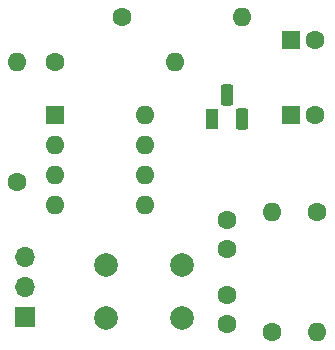
<source format=gbr>
%TF.GenerationSoftware,KiCad,Pcbnew,7.0.1-0*%
%TF.CreationDate,2023-04-05T17:24:46+02:00*%
%TF.ProjectId,_autosave-wind_down_timer,5f617574-6f73-4617-9665-2d77696e645f,rev?*%
%TF.SameCoordinates,Original*%
%TF.FileFunction,Soldermask,Bot*%
%TF.FilePolarity,Negative*%
%FSLAX46Y46*%
G04 Gerber Fmt 4.6, Leading zero omitted, Abs format (unit mm)*
G04 Created by KiCad (PCBNEW 7.0.1-0) date 2023-04-05 17:24:46*
%MOMM*%
%LPD*%
G01*
G04 APERTURE LIST*
G04 Aperture macros list*
%AMRoundRect*
0 Rectangle with rounded corners*
0 $1 Rounding radius*
0 $2 $3 $4 $5 $6 $7 $8 $9 X,Y pos of 4 corners*
0 Add a 4 corners polygon primitive as box body*
4,1,4,$2,$3,$4,$5,$6,$7,$8,$9,$2,$3,0*
0 Add four circle primitives for the rounded corners*
1,1,$1+$1,$2,$3*
1,1,$1+$1,$4,$5*
1,1,$1+$1,$6,$7*
1,1,$1+$1,$8,$9*
0 Add four rect primitives between the rounded corners*
20,1,$1+$1,$2,$3,$4,$5,0*
20,1,$1+$1,$4,$5,$6,$7,0*
20,1,$1+$1,$6,$7,$8,$9,0*
20,1,$1+$1,$8,$9,$2,$3,0*%
G04 Aperture macros list end*
%ADD10C,1.600000*%
%ADD11O,1.600000X1.600000*%
%ADD12R,1.600000X1.600000*%
%ADD13R,1.100000X1.800000*%
%ADD14RoundRect,0.275000X-0.275000X-0.625000X0.275000X-0.625000X0.275000X0.625000X-0.275000X0.625000X0*%
%ADD15C,2.000000*%
%ADD16R,1.700000X1.700000*%
%ADD17O,1.700000X1.700000*%
G04 APERTURE END LIST*
D10*
%TO.C,R5*%
X106680000Y-80010000D03*
D11*
X116840000Y-80010000D03*
%TD*%
D10*
%TO.C,R2*%
X119380000Y-106680000D03*
D11*
X119380000Y-96520000D03*
%TD*%
D12*
%TO.C,C4*%
X120964888Y-81915000D03*
D10*
X122964888Y-81915000D03*
%TD*%
%TO.C,R3*%
X97790000Y-93980000D03*
D11*
X97790000Y-83820000D03*
%TD*%
D10*
%TO.C,C1*%
X115570000Y-106005000D03*
X115570000Y-103505000D03*
%TD*%
D12*
%TO.C,C3*%
X120964888Y-88265000D03*
D10*
X122964888Y-88265000D03*
%TD*%
%TO.C,R4*%
X100965000Y-83820000D03*
D11*
X111125000Y-83820000D03*
%TD*%
D10*
%TO.C,R1*%
X123190000Y-96520000D03*
D11*
X123190000Y-106680000D03*
%TD*%
D13*
%TO.C,Q1*%
X114300000Y-88665000D03*
D14*
X115570000Y-86595000D03*
X116840000Y-88665000D03*
%TD*%
D15*
%TO.C,SW1*%
X105260000Y-100965000D03*
X111760000Y-100965000D03*
X105260000Y-105465000D03*
X111760000Y-105465000D03*
%TD*%
D16*
%TO.C,J1*%
X98425000Y-105410000D03*
D17*
X98425000Y-102870000D03*
X98425000Y-100330000D03*
%TD*%
D10*
%TO.C,C2*%
X115570000Y-99655000D03*
X115570000Y-97155000D03*
%TD*%
D12*
%TO.C,U1*%
X100975000Y-88275000D03*
D11*
X100975000Y-90815000D03*
X100975000Y-93355000D03*
X100975000Y-95895000D03*
X108595000Y-95895000D03*
X108595000Y-93355000D03*
X108595000Y-90815000D03*
X108595000Y-88275000D03*
%TD*%
M02*

</source>
